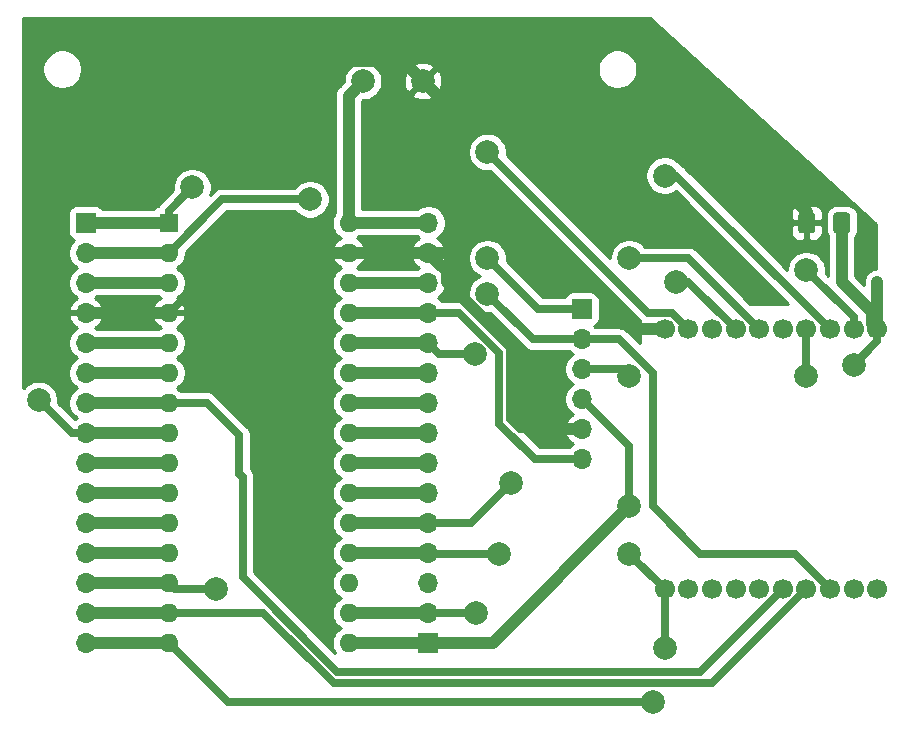
<source format=gbr>
G04 #@! TF.GenerationSoftware,KiCad,Pcbnew,5.1.5-52549c5~84~ubuntu19.04.1*
G04 #@! TF.CreationDate,2019-12-02T22:34:05+01:00*
G04 #@! TF.ProjectId,XbeeTestBench,58626565-5465-4737-9442-656e63682e6b,rev?*
G04 #@! TF.SameCoordinates,Original*
G04 #@! TF.FileFunction,Copper,L2,Bot*
G04 #@! TF.FilePolarity,Positive*
%FSLAX46Y46*%
G04 Gerber Fmt 4.6, Leading zero omitted, Abs format (unit mm)*
G04 Created by KiCad (PCBNEW 5.1.5-52549c5~84~ubuntu19.04.1) date 2019-12-02 22:34:05*
%MOMM*%
%LPD*%
G04 APERTURE LIST*
%ADD10C,2.000000*%
%ADD11C,1.700000*%
%ADD12O,1.700000X1.700000*%
%ADD13R,1.700000X1.700000*%
%ADD14C,0.100000*%
%ADD15O,1.600000X1.600000*%
%ADD16R,1.600000X1.600000*%
%ADD17C,1.000000*%
%ADD18C,0.700000*%
%ADD19C,0.254000*%
G04 APERTURE END LIST*
D10*
X126540000Y-48000000D03*
X121460000Y-48000000D03*
D11*
X165000000Y-91000000D03*
X163000000Y-91000000D03*
X161000000Y-91000000D03*
X159000000Y-91000000D03*
X157000000Y-91000000D03*
X155000000Y-91000000D03*
X153000000Y-91000000D03*
X151000000Y-91000000D03*
X149000000Y-91000000D03*
X147000000Y-91000000D03*
X147000000Y-69000000D03*
X149000000Y-69000000D03*
X151000000Y-69000000D03*
X153000000Y-69000000D03*
X155000000Y-69000000D03*
X157000000Y-69000000D03*
X159000000Y-69000000D03*
X161000000Y-69000000D03*
X163000000Y-69000000D03*
X165000000Y-69000000D03*
D12*
X127000000Y-60000000D03*
X127000000Y-62540000D03*
X127000000Y-65080000D03*
X127000000Y-67620000D03*
X127000000Y-70160000D03*
X127000000Y-72700000D03*
X127000000Y-75240000D03*
X127000000Y-77780000D03*
X127000000Y-80320000D03*
X127000000Y-82860000D03*
X127000000Y-85400000D03*
X127000000Y-87940000D03*
X127000000Y-90480000D03*
X127000000Y-93020000D03*
D13*
X127000000Y-95560000D03*
D12*
X98000000Y-95560000D03*
X98000000Y-93020000D03*
X98000000Y-90480000D03*
X98000000Y-87940000D03*
X98000000Y-85400000D03*
X98000000Y-82860000D03*
X98000000Y-80320000D03*
X98000000Y-77780000D03*
X98000000Y-75240000D03*
X98000000Y-72700000D03*
X98000000Y-70160000D03*
X98000000Y-67620000D03*
X98000000Y-65080000D03*
X98000000Y-62540000D03*
D13*
X98000000Y-60000000D03*
D12*
X140000000Y-80000000D03*
X140000000Y-77460000D03*
X140000000Y-74920000D03*
X140000000Y-72380000D03*
X140000000Y-69840000D03*
D13*
X140000000Y-67300000D03*
G04 #@! TA.AperFunction,SMDPad,CuDef*
D14*
G36*
X162487004Y-59126204D02*
G01*
X162511273Y-59129804D01*
X162535071Y-59135765D01*
X162558171Y-59144030D01*
X162580349Y-59154520D01*
X162601393Y-59167133D01*
X162621098Y-59181747D01*
X162639277Y-59198223D01*
X162655753Y-59216402D01*
X162670367Y-59236107D01*
X162682980Y-59257151D01*
X162693470Y-59279329D01*
X162701735Y-59302429D01*
X162707696Y-59326227D01*
X162711296Y-59350496D01*
X162712500Y-59375000D01*
X162712500Y-60625000D01*
X162711296Y-60649504D01*
X162707696Y-60673773D01*
X162701735Y-60697571D01*
X162693470Y-60720671D01*
X162682980Y-60742849D01*
X162670367Y-60763893D01*
X162655753Y-60783598D01*
X162639277Y-60801777D01*
X162621098Y-60818253D01*
X162601393Y-60832867D01*
X162580349Y-60845480D01*
X162558171Y-60855970D01*
X162535071Y-60864235D01*
X162511273Y-60870196D01*
X162487004Y-60873796D01*
X162462500Y-60875000D01*
X161537500Y-60875000D01*
X161512996Y-60873796D01*
X161488727Y-60870196D01*
X161464929Y-60864235D01*
X161441829Y-60855970D01*
X161419651Y-60845480D01*
X161398607Y-60832867D01*
X161378902Y-60818253D01*
X161360723Y-60801777D01*
X161344247Y-60783598D01*
X161329633Y-60763893D01*
X161317020Y-60742849D01*
X161306530Y-60720671D01*
X161298265Y-60697571D01*
X161292304Y-60673773D01*
X161288704Y-60649504D01*
X161287500Y-60625000D01*
X161287500Y-59375000D01*
X161288704Y-59350496D01*
X161292304Y-59326227D01*
X161298265Y-59302429D01*
X161306530Y-59279329D01*
X161317020Y-59257151D01*
X161329633Y-59236107D01*
X161344247Y-59216402D01*
X161360723Y-59198223D01*
X161378902Y-59181747D01*
X161398607Y-59167133D01*
X161419651Y-59154520D01*
X161441829Y-59144030D01*
X161464929Y-59135765D01*
X161488727Y-59129804D01*
X161512996Y-59126204D01*
X161537500Y-59125000D01*
X162462500Y-59125000D01*
X162487004Y-59126204D01*
G37*
G04 #@! TD.AperFunction*
G04 #@! TA.AperFunction,SMDPad,CuDef*
G36*
X159512004Y-59126204D02*
G01*
X159536273Y-59129804D01*
X159560071Y-59135765D01*
X159583171Y-59144030D01*
X159605349Y-59154520D01*
X159626393Y-59167133D01*
X159646098Y-59181747D01*
X159664277Y-59198223D01*
X159680753Y-59216402D01*
X159695367Y-59236107D01*
X159707980Y-59257151D01*
X159718470Y-59279329D01*
X159726735Y-59302429D01*
X159732696Y-59326227D01*
X159736296Y-59350496D01*
X159737500Y-59375000D01*
X159737500Y-60625000D01*
X159736296Y-60649504D01*
X159732696Y-60673773D01*
X159726735Y-60697571D01*
X159718470Y-60720671D01*
X159707980Y-60742849D01*
X159695367Y-60763893D01*
X159680753Y-60783598D01*
X159664277Y-60801777D01*
X159646098Y-60818253D01*
X159626393Y-60832867D01*
X159605349Y-60845480D01*
X159583171Y-60855970D01*
X159560071Y-60864235D01*
X159536273Y-60870196D01*
X159512004Y-60873796D01*
X159487500Y-60875000D01*
X158562500Y-60875000D01*
X158537996Y-60873796D01*
X158513727Y-60870196D01*
X158489929Y-60864235D01*
X158466829Y-60855970D01*
X158444651Y-60845480D01*
X158423607Y-60832867D01*
X158403902Y-60818253D01*
X158385723Y-60801777D01*
X158369247Y-60783598D01*
X158354633Y-60763893D01*
X158342020Y-60742849D01*
X158331530Y-60720671D01*
X158323265Y-60697571D01*
X158317304Y-60673773D01*
X158313704Y-60649504D01*
X158312500Y-60625000D01*
X158312500Y-59375000D01*
X158313704Y-59350496D01*
X158317304Y-59326227D01*
X158323265Y-59302429D01*
X158331530Y-59279329D01*
X158342020Y-59257151D01*
X158354633Y-59236107D01*
X158369247Y-59216402D01*
X158385723Y-59198223D01*
X158403902Y-59181747D01*
X158423607Y-59167133D01*
X158444651Y-59154520D01*
X158466829Y-59144030D01*
X158489929Y-59135765D01*
X158513727Y-59129804D01*
X158537996Y-59126204D01*
X158562500Y-59125000D01*
X159487500Y-59125000D01*
X159512004Y-59126204D01*
G37*
G04 #@! TD.AperFunction*
D15*
X120240000Y-95560000D03*
X105000000Y-95560000D03*
X120240000Y-60000000D03*
X105000000Y-93020000D03*
X120240000Y-62540000D03*
X105000000Y-90480000D03*
X120240000Y-65080000D03*
X105000000Y-87940000D03*
X120240000Y-67620000D03*
X105000000Y-85400000D03*
X120240000Y-70160000D03*
X105000000Y-82860000D03*
X120240000Y-72700000D03*
X105000000Y-80320000D03*
X120240000Y-75240000D03*
X105000000Y-77780000D03*
X120240000Y-77780000D03*
X105000000Y-75240000D03*
X120240000Y-80320000D03*
X105000000Y-72700000D03*
X120240000Y-82860000D03*
X105000000Y-70160000D03*
X120240000Y-85400000D03*
X105000000Y-67620000D03*
X120240000Y-87940000D03*
X105000000Y-65080000D03*
X120240000Y-90480000D03*
X105000000Y-62540000D03*
X120240000Y-93020000D03*
D16*
X105000000Y-60000000D03*
D10*
X144000000Y-84000000D03*
X159000000Y-73000000D03*
X146000000Y-100550000D03*
X147000000Y-96000000D03*
X144000000Y-88000000D03*
X144000000Y-73000000D03*
X136550000Y-76000000D03*
X136550000Y-73000000D03*
X111000000Y-66000000D03*
X111000000Y-69000000D03*
X114000000Y-69000000D03*
X114000000Y-66000000D03*
X114000000Y-86000000D03*
X114000000Y-89000000D03*
X117000000Y-89000000D03*
X117000000Y-86000000D03*
X99000000Y-50000000D03*
X102000000Y-50000000D03*
X132000000Y-63000000D03*
X109000000Y-91000000D03*
X132000000Y-66000000D03*
X130903984Y-71096016D03*
X132000000Y-54000000D03*
X94000000Y-75000000D03*
X134000000Y-82000000D03*
X148000000Y-65000000D03*
X144000000Y-63000000D03*
X133000000Y-88000000D03*
X117000000Y-58000000D03*
X159000000Y-64000000D03*
X163000000Y-72000000D03*
X131000000Y-93000000D03*
X147000000Y-56000000D03*
X107000000Y-57000000D03*
D17*
X120240000Y-95560000D02*
X127000000Y-95560000D01*
D18*
X159000000Y-73000000D02*
X159000000Y-69000000D01*
X144000000Y-78920000D02*
X144000000Y-84000000D01*
X140000000Y-74920000D02*
X144000000Y-78920000D01*
D17*
X127000000Y-95560000D02*
X131440000Y-95560000D01*
X132440000Y-95560000D02*
X131440000Y-95560000D01*
X144000000Y-84000000D02*
X132440000Y-95560000D01*
X105000000Y-95560000D02*
X98000000Y-95560000D01*
D18*
X105000000Y-95560000D02*
X109990000Y-100550000D01*
X109990000Y-100550000D02*
X146000000Y-100550000D01*
X147000000Y-96000000D02*
X147000000Y-91000000D01*
X147000000Y-91000000D02*
X144000000Y-88000000D01*
X143380000Y-72380000D02*
X144000000Y-73000000D01*
X140000000Y-72380000D02*
X143380000Y-72380000D01*
D17*
X120240000Y-49220000D02*
X121460000Y-48000000D01*
X120240000Y-60000000D02*
X120240000Y-49220000D01*
X120240000Y-60000000D02*
X127000000Y-60000000D01*
D18*
X159000000Y-91000000D02*
X151000000Y-99000000D01*
X151000000Y-99000000D02*
X119000000Y-99000000D01*
X113020000Y-93020000D02*
X105000000Y-93020000D01*
X119000000Y-99000000D02*
X113020000Y-93020000D01*
D17*
X98000000Y-93020000D02*
X105000000Y-93020000D01*
X120240000Y-62540000D02*
X127000000Y-62540000D01*
X98000000Y-67620000D02*
X105000000Y-67620000D01*
D18*
X110080000Y-62540000D02*
X120240000Y-62540000D01*
X105000000Y-67620000D02*
X110080000Y-62540000D01*
X132000000Y-61000000D02*
X130000000Y-61000000D01*
X133000000Y-61000000D02*
X132000000Y-61000000D01*
X134732806Y-77460000D02*
X140000000Y-77460000D01*
X133900010Y-76627204D02*
X134732806Y-77460000D01*
D17*
X130000000Y-61000000D02*
X133000000Y-61000000D01*
X128460000Y-62540000D02*
X130000000Y-61000000D01*
X127000000Y-62540000D02*
X128460000Y-62540000D01*
X130000000Y-51460000D02*
X126540000Y-48000000D01*
X139660002Y-64000000D02*
X136000000Y-64000000D01*
X144660002Y-69000000D02*
X139660002Y-64000000D01*
X147000000Y-69000000D02*
X144660002Y-69000000D01*
X133000000Y-61000000D02*
X136000000Y-64000000D01*
D18*
X133900010Y-70900010D02*
X133900010Y-76627204D01*
X133900010Y-70900010D02*
X133900009Y-70627203D01*
X130000000Y-66727194D02*
X130000000Y-61000000D01*
X133900009Y-70627203D02*
X130000000Y-66727194D01*
D17*
X151900000Y-52000000D02*
X130000000Y-52000000D01*
X159025000Y-60000000D02*
X159025000Y-59125000D01*
X130000000Y-61000000D02*
X130000000Y-52000000D01*
X159025000Y-59125000D02*
X151900000Y-52000000D01*
X130000000Y-52000000D02*
X130000000Y-51460000D01*
X140000000Y-77460000D02*
X138010000Y-77460000D01*
X138010000Y-77460000D02*
X136550000Y-76000000D01*
X127849999Y-63389999D02*
X127000000Y-62540000D01*
X128550001Y-64090001D02*
X127849999Y-63389999D01*
X128550001Y-65000001D02*
X128550001Y-64090001D01*
X136550000Y-73000000D02*
X128550001Y-65000001D01*
X120240000Y-62540000D02*
X114460000Y-62540000D01*
X114460000Y-62540000D02*
X111000000Y-66000000D01*
X111000000Y-69000000D02*
X114000000Y-69000000D01*
X114000000Y-66000000D02*
X111000000Y-66000000D01*
X114000000Y-69000000D02*
X114000000Y-86000000D01*
X114000000Y-89000000D02*
X117000000Y-89000000D01*
X102700001Y-46299999D02*
X99000000Y-50000000D01*
X126540000Y-48000000D02*
X124839999Y-46299999D01*
X124839999Y-46299999D02*
X102700001Y-46299999D01*
X105000000Y-90480000D02*
X98000000Y-90480000D01*
D18*
X140000000Y-67300000D02*
X136300000Y-67300000D01*
X136300000Y-67300000D02*
X132000000Y-63000000D01*
X105520000Y-91000000D02*
X105000000Y-90480000D01*
X109000000Y-91000000D02*
X105520000Y-91000000D01*
D17*
X120240000Y-65080000D02*
X127000000Y-65080000D01*
X98000000Y-87940000D02*
X105000000Y-87940000D01*
D18*
X133000000Y-71000000D02*
X129620000Y-67620000D01*
X129620000Y-67620000D02*
X127000000Y-67620000D01*
X133000000Y-77000000D02*
X133000000Y-71000000D01*
X140000000Y-80000000D02*
X136000000Y-80000000D01*
X136000000Y-80000000D02*
X133000000Y-77000000D01*
D17*
X120240000Y-67620000D02*
X127000000Y-67620000D01*
X105000000Y-85400000D02*
X98000000Y-85400000D01*
X127000000Y-70160000D02*
X120240000Y-70160000D01*
D18*
X143134002Y-69840000D02*
X146000000Y-72705998D01*
X140000000Y-69840000D02*
X143134002Y-69840000D01*
X146000000Y-72705998D02*
X146000000Y-84000000D01*
X146000000Y-84000000D02*
X150000000Y-88000000D01*
X158000000Y-88000000D02*
X161000000Y-91000000D01*
X150000000Y-88000000D02*
X158000000Y-88000000D01*
X140000000Y-69840000D02*
X135840000Y-69840000D01*
X135840000Y-69840000D02*
X132000000Y-66000000D01*
X127936016Y-71096016D02*
X127000000Y-70160000D01*
X130903984Y-71096016D02*
X127936016Y-71096016D01*
D17*
X98000000Y-82860000D02*
X105000000Y-82860000D01*
X120240000Y-72700000D02*
X127000000Y-72700000D01*
X105000000Y-80320000D02*
X98000000Y-80320000D01*
X127000000Y-75240000D02*
X120240000Y-75240000D01*
X98000000Y-77780000D02*
X105000000Y-77780000D01*
D18*
X145599999Y-67599999D02*
X132000000Y-54000000D01*
X149000000Y-69000000D02*
X147599999Y-67599999D01*
X147599999Y-67599999D02*
X145599999Y-67599999D01*
X98000000Y-77780000D02*
X96780000Y-77780000D01*
X96780000Y-77780000D02*
X94000000Y-75000000D01*
D17*
X120240000Y-77780000D02*
X127000000Y-77780000D01*
D18*
X157000000Y-91000000D02*
X150000000Y-98000000D01*
X119272806Y-98000000D02*
X111272806Y-90000000D01*
X150000000Y-98000000D02*
X119272806Y-98000000D01*
X111272806Y-81512806D02*
X111000000Y-81240000D01*
X111272806Y-90000000D02*
X111272806Y-81512806D01*
X111000000Y-81240000D02*
X111000000Y-78000000D01*
X108240000Y-75240000D02*
X105000000Y-75240000D01*
X111000000Y-78000000D02*
X108240000Y-75240000D01*
D17*
X105000000Y-75240000D02*
X98000000Y-75240000D01*
X127000000Y-80320000D02*
X120240000Y-80320000D01*
X98000000Y-72700000D02*
X105000000Y-72700000D01*
X120240000Y-82860000D02*
X127000000Y-82860000D01*
X105000000Y-70160000D02*
X97840000Y-70160000D01*
X127000000Y-85400000D02*
X120240000Y-85400000D01*
D18*
X127000000Y-85400000D02*
X130600000Y-85400000D01*
X130600000Y-85400000D02*
X134000000Y-82000000D01*
X153000000Y-69000000D02*
X149000000Y-65000000D01*
X149000000Y-65000000D02*
X148000000Y-65000000D01*
D17*
X120240000Y-87940000D02*
X127000000Y-87940000D01*
D18*
X155000000Y-69000000D02*
X149000000Y-63000000D01*
X149000000Y-63000000D02*
X147000000Y-63000000D01*
X127060000Y-88000000D02*
X127000000Y-87940000D01*
X133000000Y-88000000D02*
X127060000Y-88000000D01*
X147000000Y-63000000D02*
X144000000Y-63000000D01*
D17*
X105000000Y-65080000D02*
X98000000Y-65080000D01*
X98000000Y-62540000D02*
X105000000Y-62540000D01*
D18*
X105000000Y-62540000D02*
X109540000Y-58000000D01*
X109540000Y-58000000D02*
X117000000Y-58000000D01*
X163000000Y-68000000D02*
X159000000Y-64000000D01*
X163000000Y-69000000D02*
X163000000Y-68000000D01*
D17*
X120240000Y-93020000D02*
X127000000Y-93020000D01*
X165000000Y-69000000D02*
X165000000Y-65000000D01*
D18*
X165000000Y-69000000D02*
X165000000Y-70000000D01*
X165000000Y-70000000D02*
X163000000Y-72000000D01*
X127020000Y-93000000D02*
X127000000Y-93020000D01*
X131000000Y-93000000D02*
X127020000Y-93000000D01*
D17*
X164550001Y-68550001D02*
X164550001Y-67550001D01*
X165000000Y-69000000D02*
X164550001Y-68550001D01*
X162000000Y-65000000D02*
X162000000Y-60000000D01*
X164550001Y-67550001D02*
X162000000Y-65000000D01*
X98000000Y-60000000D02*
X105000000Y-60000000D01*
D18*
X161000000Y-69000000D02*
X148000000Y-56000000D01*
X148000000Y-56000000D02*
X147000000Y-56000000D01*
X107000000Y-57000000D02*
X105000000Y-59000000D01*
X105000000Y-59000000D02*
X105000000Y-60000000D01*
D19*
G36*
X164873000Y-60083024D02*
G01*
X164873000Y-63872017D01*
X164777502Y-63881423D01*
X164563554Y-63946324D01*
X164366378Y-64051716D01*
X164193552Y-64193551D01*
X164051717Y-64366377D01*
X163946325Y-64563553D01*
X163881424Y-64777501D01*
X163865001Y-64944248D01*
X163865001Y-65259870D01*
X163135000Y-64529869D01*
X163135000Y-61198692D01*
X163200905Y-61118386D01*
X163282972Y-60964850D01*
X163333508Y-60798254D01*
X163350572Y-60625000D01*
X163350572Y-59375000D01*
X163333508Y-59201746D01*
X163282972Y-59035150D01*
X163200905Y-58881614D01*
X163090462Y-58747038D01*
X162955886Y-58636595D01*
X162802350Y-58554528D01*
X162635754Y-58503992D01*
X162462500Y-58486928D01*
X161537500Y-58486928D01*
X161364246Y-58503992D01*
X161197650Y-58554528D01*
X161044114Y-58636595D01*
X160909538Y-58747038D01*
X160799095Y-58881614D01*
X160717028Y-59035150D01*
X160666492Y-59201746D01*
X160649428Y-59375000D01*
X160649428Y-60625000D01*
X160666492Y-60798254D01*
X160717028Y-60964850D01*
X160799095Y-61118386D01*
X160865001Y-61198693D01*
X160865000Y-64472000D01*
X160621567Y-64228567D01*
X160635000Y-64161033D01*
X160635000Y-63838967D01*
X160572168Y-63523088D01*
X160448918Y-63225537D01*
X160269987Y-62957748D01*
X160042252Y-62730013D01*
X159774463Y-62551082D01*
X159476912Y-62427832D01*
X159161033Y-62365000D01*
X158838967Y-62365000D01*
X158523088Y-62427832D01*
X158225537Y-62551082D01*
X157957748Y-62730013D01*
X157730013Y-62957748D01*
X157551082Y-63225537D01*
X157427832Y-63523088D01*
X157365000Y-63838967D01*
X157365000Y-63972000D01*
X154268000Y-60875000D01*
X157674428Y-60875000D01*
X157686688Y-60999482D01*
X157722998Y-61119180D01*
X157781963Y-61229494D01*
X157861315Y-61326185D01*
X157958006Y-61405537D01*
X158068320Y-61464502D01*
X158188018Y-61500812D01*
X158312500Y-61513072D01*
X158739250Y-61510000D01*
X158898000Y-61351250D01*
X158898000Y-60127000D01*
X159152000Y-60127000D01*
X159152000Y-61351250D01*
X159310750Y-61510000D01*
X159737500Y-61513072D01*
X159861982Y-61500812D01*
X159981680Y-61464502D01*
X160091994Y-61405537D01*
X160188685Y-61326185D01*
X160268037Y-61229494D01*
X160327002Y-61119180D01*
X160363312Y-60999482D01*
X160375572Y-60875000D01*
X160372500Y-60285750D01*
X160213750Y-60127000D01*
X159152000Y-60127000D01*
X158898000Y-60127000D01*
X157836250Y-60127000D01*
X157677500Y-60285750D01*
X157674428Y-60875000D01*
X154268000Y-60875000D01*
X152518000Y-59125000D01*
X157674428Y-59125000D01*
X157677500Y-59714250D01*
X157836250Y-59873000D01*
X158898000Y-59873000D01*
X158898000Y-58648750D01*
X159152000Y-58648750D01*
X159152000Y-59873000D01*
X160213750Y-59873000D01*
X160372500Y-59714250D01*
X160375572Y-59125000D01*
X160363312Y-59000518D01*
X160327002Y-58880820D01*
X160268037Y-58770506D01*
X160188685Y-58673815D01*
X160091994Y-58594463D01*
X159981680Y-58535498D01*
X159861982Y-58499188D01*
X159737500Y-58486928D01*
X159310750Y-58490000D01*
X159152000Y-58648750D01*
X158898000Y-58648750D01*
X158739250Y-58490000D01*
X158312500Y-58486928D01*
X158188018Y-58499188D01*
X158068320Y-58535498D01*
X157958006Y-58594463D01*
X157861315Y-58673815D01*
X157781963Y-58770506D01*
X157722998Y-58880820D01*
X157686688Y-59000518D01*
X157674428Y-59125000D01*
X152518000Y-59125000D01*
X148730716Y-55337716D01*
X148699870Y-55300130D01*
X148549884Y-55177040D01*
X148378767Y-55085576D01*
X148349458Y-55076685D01*
X148269987Y-54957748D01*
X148042252Y-54730013D01*
X147774463Y-54551082D01*
X147476912Y-54427832D01*
X147161033Y-54365000D01*
X146838967Y-54365000D01*
X146523088Y-54427832D01*
X146225537Y-54551082D01*
X145957748Y-54730013D01*
X145730013Y-54957748D01*
X145551082Y-55225537D01*
X145427832Y-55523088D01*
X145365000Y-55838967D01*
X145365000Y-56161033D01*
X145427832Y-56476912D01*
X145551082Y-56774463D01*
X145730013Y-57042252D01*
X145957748Y-57269987D01*
X146225537Y-57448918D01*
X146523088Y-57572168D01*
X146838967Y-57635000D01*
X147161033Y-57635000D01*
X147476912Y-57572168D01*
X147774463Y-57448918D01*
X147943183Y-57336183D01*
X157480000Y-66873000D01*
X154266000Y-66873000D01*
X149730716Y-62337716D01*
X149699870Y-62300130D01*
X149549884Y-62177040D01*
X149378767Y-62085576D01*
X149193094Y-62029253D01*
X149048380Y-62015000D01*
X149000000Y-62010235D01*
X148951620Y-62015000D01*
X145308242Y-62015000D01*
X145269987Y-61957748D01*
X145042252Y-61730013D01*
X144774463Y-61551082D01*
X144476912Y-61427832D01*
X144161033Y-61365000D01*
X143838967Y-61365000D01*
X143523088Y-61427832D01*
X143225537Y-61551082D01*
X142957748Y-61730013D01*
X142730013Y-61957748D01*
X142551082Y-62225537D01*
X142427832Y-62523088D01*
X142365000Y-62838967D01*
X142365000Y-62972000D01*
X133621567Y-54228567D01*
X133635000Y-54161033D01*
X133635000Y-53838967D01*
X133572168Y-53523088D01*
X133448918Y-53225537D01*
X133269987Y-52957748D01*
X133042252Y-52730013D01*
X132774463Y-52551082D01*
X132476912Y-52427832D01*
X132161033Y-52365000D01*
X131838967Y-52365000D01*
X131523088Y-52427832D01*
X131225537Y-52551082D01*
X130957748Y-52730013D01*
X130730013Y-52957748D01*
X130551082Y-53225537D01*
X130427832Y-53523088D01*
X130365000Y-53838967D01*
X130365000Y-54161033D01*
X130427832Y-54476912D01*
X130551082Y-54774463D01*
X130730013Y-55042252D01*
X130957748Y-55269987D01*
X131225537Y-55448918D01*
X131523088Y-55572168D01*
X131838967Y-55635000D01*
X132161033Y-55635000D01*
X132228567Y-55621567D01*
X144869283Y-68262283D01*
X144873000Y-68266812D01*
X144873000Y-70185998D01*
X143864718Y-69177716D01*
X143833872Y-69140130D01*
X143683886Y-69017040D01*
X143512769Y-68925576D01*
X143327096Y-68869253D01*
X143182382Y-68855000D01*
X143134002Y-68850235D01*
X143085622Y-68855000D01*
X141115107Y-68855000D01*
X141021620Y-68761513D01*
X141094180Y-68739502D01*
X141204494Y-68680537D01*
X141301185Y-68601185D01*
X141380537Y-68504494D01*
X141439502Y-68394180D01*
X141475812Y-68274482D01*
X141488072Y-68150000D01*
X141488072Y-66450000D01*
X141475812Y-66325518D01*
X141439502Y-66205820D01*
X141380537Y-66095506D01*
X141301185Y-65998815D01*
X141204494Y-65919463D01*
X141094180Y-65860498D01*
X140974482Y-65824188D01*
X140850000Y-65811928D01*
X139150000Y-65811928D01*
X139025518Y-65824188D01*
X138905820Y-65860498D01*
X138795506Y-65919463D01*
X138698815Y-65998815D01*
X138619463Y-66095506D01*
X138560498Y-66205820D01*
X138527379Y-66315000D01*
X136708000Y-66315000D01*
X133621567Y-63228567D01*
X133635000Y-63161033D01*
X133635000Y-62838967D01*
X133572168Y-62523088D01*
X133448918Y-62225537D01*
X133269987Y-61957748D01*
X133042252Y-61730013D01*
X132774463Y-61551082D01*
X132476912Y-61427832D01*
X132161033Y-61365000D01*
X131838967Y-61365000D01*
X131523088Y-61427832D01*
X131225537Y-61551082D01*
X130957748Y-61730013D01*
X130730013Y-61957748D01*
X130551082Y-62225537D01*
X130427832Y-62523088D01*
X130365000Y-62838967D01*
X130365000Y-63161033D01*
X130427832Y-63476912D01*
X130551082Y-63774463D01*
X130730013Y-64042252D01*
X130957748Y-64269987D01*
X131225537Y-64448918D01*
X131348860Y-64500000D01*
X131225537Y-64551082D01*
X130957748Y-64730013D01*
X130730013Y-64957748D01*
X130551082Y-65225537D01*
X130427832Y-65523088D01*
X130365000Y-65838967D01*
X130365000Y-66161033D01*
X130427832Y-66476912D01*
X130551082Y-66774463D01*
X130730013Y-67042252D01*
X130957748Y-67269987D01*
X131225537Y-67448918D01*
X131523088Y-67572168D01*
X131838967Y-67635000D01*
X132161033Y-67635000D01*
X132228567Y-67621567D01*
X135109284Y-70502284D01*
X135140130Y-70539870D01*
X135290116Y-70662960D01*
X135461233Y-70754424D01*
X135646906Y-70810747D01*
X135839999Y-70829765D01*
X135888379Y-70825000D01*
X138884893Y-70825000D01*
X139053368Y-70993475D01*
X139227760Y-71110000D01*
X139053368Y-71226525D01*
X138846525Y-71433368D01*
X138684010Y-71676589D01*
X138572068Y-71946842D01*
X138515000Y-72233740D01*
X138515000Y-72526260D01*
X138572068Y-72813158D01*
X138684010Y-73083411D01*
X138846525Y-73326632D01*
X139053368Y-73533475D01*
X139227760Y-73650000D01*
X139053368Y-73766525D01*
X138846525Y-73973368D01*
X138684010Y-74216589D01*
X138572068Y-74486842D01*
X138515000Y-74773740D01*
X138515000Y-75066260D01*
X138572068Y-75353158D01*
X138684010Y-75623411D01*
X138846525Y-75866632D01*
X139053368Y-76073475D01*
X139235534Y-76195195D01*
X139118645Y-76264822D01*
X138902412Y-76459731D01*
X138728359Y-76693080D01*
X138603175Y-76955901D01*
X138558524Y-77103110D01*
X138679845Y-77333000D01*
X139873000Y-77333000D01*
X139873000Y-77313000D01*
X140127000Y-77313000D01*
X140127000Y-77333000D01*
X140147000Y-77333000D01*
X140147000Y-77587000D01*
X140127000Y-77587000D01*
X140127000Y-77607000D01*
X139873000Y-77607000D01*
X139873000Y-77587000D01*
X138679845Y-77587000D01*
X138558524Y-77816890D01*
X138603175Y-77964099D01*
X138728359Y-78226920D01*
X138902412Y-78460269D01*
X139118645Y-78655178D01*
X139235534Y-78724805D01*
X139053368Y-78846525D01*
X138884893Y-79015000D01*
X136408001Y-79015000D01*
X133985000Y-76592000D01*
X133985000Y-71048380D01*
X133989765Y-71000000D01*
X133970747Y-70806906D01*
X133914424Y-70621233D01*
X133913286Y-70619104D01*
X133822960Y-70450116D01*
X133699870Y-70300130D01*
X133662290Y-70269289D01*
X130350716Y-66957716D01*
X130319870Y-66920130D01*
X130169884Y-66797040D01*
X129998767Y-66705576D01*
X129813094Y-66649253D01*
X129668380Y-66635000D01*
X129620000Y-66630235D01*
X129571620Y-66635000D01*
X128115107Y-66635000D01*
X127946632Y-66466525D01*
X127772240Y-66350000D01*
X127946632Y-66233475D01*
X128153475Y-66026632D01*
X128315990Y-65783411D01*
X128427932Y-65513158D01*
X128485000Y-65226260D01*
X128485000Y-64933740D01*
X128427932Y-64646842D01*
X128315990Y-64376589D01*
X128153475Y-64133368D01*
X127946632Y-63926525D01*
X127764466Y-63804805D01*
X127881355Y-63735178D01*
X128097588Y-63540269D01*
X128271641Y-63306920D01*
X128396825Y-63044099D01*
X128441476Y-62896890D01*
X128320155Y-62667000D01*
X127127000Y-62667000D01*
X127127000Y-62687000D01*
X126873000Y-62687000D01*
X126873000Y-62667000D01*
X125679845Y-62667000D01*
X125558524Y-62896890D01*
X125603175Y-63044099D01*
X125728359Y-63306920D01*
X125902412Y-63540269D01*
X126118645Y-63735178D01*
X126235534Y-63804805D01*
X126053368Y-63926525D01*
X126034893Y-63945000D01*
X121124284Y-63945000D01*
X120919727Y-63808320D01*
X120909135Y-63803933D01*
X121095131Y-63692385D01*
X121303519Y-63503414D01*
X121471037Y-63277420D01*
X121591246Y-63023087D01*
X121631904Y-62889039D01*
X121509915Y-62667000D01*
X120367000Y-62667000D01*
X120367000Y-62687000D01*
X120113000Y-62687000D01*
X120113000Y-62667000D01*
X118970085Y-62667000D01*
X118848096Y-62889039D01*
X118888754Y-63023087D01*
X119008963Y-63277420D01*
X119176481Y-63503414D01*
X119384869Y-63692385D01*
X119570865Y-63803933D01*
X119560273Y-63808320D01*
X119325241Y-63965363D01*
X119125363Y-64165241D01*
X118968320Y-64400273D01*
X118860147Y-64661426D01*
X118805000Y-64938665D01*
X118805000Y-65221335D01*
X118860147Y-65498574D01*
X118968320Y-65759727D01*
X119125363Y-65994759D01*
X119325241Y-66194637D01*
X119557759Y-66350000D01*
X119325241Y-66505363D01*
X119125363Y-66705241D01*
X118968320Y-66940273D01*
X118860147Y-67201426D01*
X118805000Y-67478665D01*
X118805000Y-67761335D01*
X118860147Y-68038574D01*
X118968320Y-68299727D01*
X119125363Y-68534759D01*
X119325241Y-68734637D01*
X119557759Y-68890000D01*
X119325241Y-69045363D01*
X119125363Y-69245241D01*
X118968320Y-69480273D01*
X118860147Y-69741426D01*
X118805000Y-70018665D01*
X118805000Y-70301335D01*
X118860147Y-70578574D01*
X118968320Y-70839727D01*
X119125363Y-71074759D01*
X119325241Y-71274637D01*
X119557759Y-71430000D01*
X119325241Y-71585363D01*
X119125363Y-71785241D01*
X118968320Y-72020273D01*
X118860147Y-72281426D01*
X118805000Y-72558665D01*
X118805000Y-72841335D01*
X118860147Y-73118574D01*
X118968320Y-73379727D01*
X119125363Y-73614759D01*
X119325241Y-73814637D01*
X119557759Y-73970000D01*
X119325241Y-74125363D01*
X119125363Y-74325241D01*
X118968320Y-74560273D01*
X118860147Y-74821426D01*
X118805000Y-75098665D01*
X118805000Y-75381335D01*
X118860147Y-75658574D01*
X118968320Y-75919727D01*
X119125363Y-76154759D01*
X119325241Y-76354637D01*
X119557759Y-76510000D01*
X119325241Y-76665363D01*
X119125363Y-76865241D01*
X118968320Y-77100273D01*
X118860147Y-77361426D01*
X118805000Y-77638665D01*
X118805000Y-77921335D01*
X118860147Y-78198574D01*
X118968320Y-78459727D01*
X119125363Y-78694759D01*
X119325241Y-78894637D01*
X119557759Y-79050000D01*
X119325241Y-79205363D01*
X119125363Y-79405241D01*
X118968320Y-79640273D01*
X118860147Y-79901426D01*
X118805000Y-80178665D01*
X118805000Y-80461335D01*
X118860147Y-80738574D01*
X118968320Y-80999727D01*
X119125363Y-81234759D01*
X119325241Y-81434637D01*
X119557759Y-81590000D01*
X119325241Y-81745363D01*
X119125363Y-81945241D01*
X118968320Y-82180273D01*
X118860147Y-82441426D01*
X118805000Y-82718665D01*
X118805000Y-83001335D01*
X118860147Y-83278574D01*
X118968320Y-83539727D01*
X119125363Y-83774759D01*
X119325241Y-83974637D01*
X119557759Y-84130000D01*
X119325241Y-84285363D01*
X119125363Y-84485241D01*
X118968320Y-84720273D01*
X118860147Y-84981426D01*
X118805000Y-85258665D01*
X118805000Y-85541335D01*
X118860147Y-85818574D01*
X118968320Y-86079727D01*
X119125363Y-86314759D01*
X119325241Y-86514637D01*
X119557759Y-86670000D01*
X119325241Y-86825363D01*
X119125363Y-87025241D01*
X118968320Y-87260273D01*
X118860147Y-87521426D01*
X118805000Y-87798665D01*
X118805000Y-88081335D01*
X118860147Y-88358574D01*
X118968320Y-88619727D01*
X119125363Y-88854759D01*
X119325241Y-89054637D01*
X119557759Y-89210000D01*
X119325241Y-89365363D01*
X119125363Y-89565241D01*
X118968320Y-89800273D01*
X118860147Y-90061426D01*
X118805000Y-90338665D01*
X118805000Y-90621335D01*
X118860147Y-90898574D01*
X118968320Y-91159727D01*
X119125363Y-91394759D01*
X119325241Y-91594637D01*
X119557759Y-91750000D01*
X119325241Y-91905363D01*
X119125363Y-92105241D01*
X118968320Y-92340273D01*
X118860147Y-92601426D01*
X118805000Y-92878665D01*
X118805000Y-93161335D01*
X118860147Y-93438574D01*
X118968320Y-93699727D01*
X119125363Y-93934759D01*
X119325241Y-94134637D01*
X119557759Y-94290000D01*
X119325241Y-94445363D01*
X119125363Y-94645241D01*
X118968320Y-94880273D01*
X118860147Y-95141426D01*
X118805000Y-95418665D01*
X118805000Y-95701335D01*
X118860147Y-95978574D01*
X118968320Y-96239727D01*
X119094751Y-96428945D01*
X112257806Y-89592000D01*
X112257806Y-81561186D01*
X112262571Y-81512806D01*
X112243553Y-81319712D01*
X112228258Y-81269291D01*
X112187230Y-81134039D01*
X112095766Y-80962922D01*
X111985000Y-80827953D01*
X111985000Y-78048377D01*
X111989765Y-77999999D01*
X111982017Y-77921335D01*
X111970747Y-77806906D01*
X111914424Y-77621233D01*
X111822960Y-77450116D01*
X111699870Y-77300130D01*
X111662284Y-77269284D01*
X108970716Y-74577716D01*
X108939870Y-74540130D01*
X108789884Y-74417040D01*
X108618767Y-74325576D01*
X108433094Y-74269253D01*
X108288380Y-74255000D01*
X108240000Y-74250235D01*
X108191620Y-74255000D01*
X106044396Y-74255000D01*
X105914759Y-74125363D01*
X105682241Y-73970000D01*
X105914759Y-73814637D01*
X106114637Y-73614759D01*
X106271680Y-73379727D01*
X106379853Y-73118574D01*
X106435000Y-72841335D01*
X106435000Y-72558665D01*
X106379853Y-72281426D01*
X106271680Y-72020273D01*
X106114637Y-71785241D01*
X105914759Y-71585363D01*
X105682241Y-71430000D01*
X105914759Y-71274637D01*
X106114637Y-71074759D01*
X106271680Y-70839727D01*
X106379853Y-70578574D01*
X106435000Y-70301335D01*
X106435000Y-70018665D01*
X106379853Y-69741426D01*
X106271680Y-69480273D01*
X106114637Y-69245241D01*
X105914759Y-69045363D01*
X105679727Y-68888320D01*
X105669135Y-68883933D01*
X105855131Y-68772385D01*
X106063519Y-68583414D01*
X106231037Y-68357420D01*
X106351246Y-68103087D01*
X106391904Y-67969039D01*
X106269915Y-67747000D01*
X105127000Y-67747000D01*
X105127000Y-67767000D01*
X104873000Y-67767000D01*
X104873000Y-67747000D01*
X103730085Y-67747000D01*
X103608096Y-67969039D01*
X103648754Y-68103087D01*
X103768963Y-68357420D01*
X103936481Y-68583414D01*
X104144869Y-68772385D01*
X104330865Y-68883933D01*
X104320273Y-68888320D01*
X104115716Y-69025000D01*
X98965107Y-69025000D01*
X98946632Y-69006525D01*
X98764466Y-68884805D01*
X98881355Y-68815178D01*
X99097588Y-68620269D01*
X99271641Y-68386920D01*
X99396825Y-68124099D01*
X99441476Y-67976890D01*
X99320155Y-67747000D01*
X98127000Y-67747000D01*
X98127000Y-67767000D01*
X97873000Y-67767000D01*
X97873000Y-67747000D01*
X96679845Y-67747000D01*
X96558524Y-67976890D01*
X96603175Y-68124099D01*
X96728359Y-68386920D01*
X96902412Y-68620269D01*
X97118645Y-68815178D01*
X97235534Y-68884805D01*
X97053368Y-69006525D01*
X96846525Y-69213368D01*
X96684010Y-69456589D01*
X96572068Y-69726842D01*
X96515000Y-70013740D01*
X96515000Y-70306260D01*
X96572068Y-70593158D01*
X96684010Y-70863411D01*
X96846525Y-71106632D01*
X97053368Y-71313475D01*
X97227760Y-71430000D01*
X97053368Y-71546525D01*
X96846525Y-71753368D01*
X96684010Y-71996589D01*
X96572068Y-72266842D01*
X96515000Y-72553740D01*
X96515000Y-72846260D01*
X96572068Y-73133158D01*
X96684010Y-73403411D01*
X96846525Y-73646632D01*
X97053368Y-73853475D01*
X97227760Y-73970000D01*
X97053368Y-74086525D01*
X96846525Y-74293368D01*
X96684010Y-74536589D01*
X96572068Y-74806842D01*
X96515000Y-75093740D01*
X96515000Y-75386260D01*
X96572068Y-75673158D01*
X96684010Y-75943411D01*
X96846525Y-76186632D01*
X97053368Y-76393475D01*
X97227760Y-76510000D01*
X97053368Y-76626525D01*
X97036447Y-76643446D01*
X95621567Y-75228566D01*
X95635000Y-75161033D01*
X95635000Y-74838967D01*
X95572168Y-74523088D01*
X95448918Y-74225537D01*
X95269987Y-73957748D01*
X95042252Y-73730013D01*
X94774463Y-73551082D01*
X94476912Y-73427832D01*
X94161033Y-73365000D01*
X93838967Y-73365000D01*
X93523088Y-73427832D01*
X93225537Y-73551082D01*
X92957748Y-73730013D01*
X92730013Y-73957748D01*
X92685000Y-74025115D01*
X92685000Y-59150000D01*
X96511928Y-59150000D01*
X96511928Y-60850000D01*
X96524188Y-60974482D01*
X96560498Y-61094180D01*
X96619463Y-61204494D01*
X96698815Y-61301185D01*
X96795506Y-61380537D01*
X96905820Y-61439502D01*
X96978380Y-61461513D01*
X96846525Y-61593368D01*
X96684010Y-61836589D01*
X96572068Y-62106842D01*
X96515000Y-62393740D01*
X96515000Y-62686260D01*
X96572068Y-62973158D01*
X96684010Y-63243411D01*
X96846525Y-63486632D01*
X97053368Y-63693475D01*
X97227760Y-63810000D01*
X97053368Y-63926525D01*
X96846525Y-64133368D01*
X96684010Y-64376589D01*
X96572068Y-64646842D01*
X96515000Y-64933740D01*
X96515000Y-65226260D01*
X96572068Y-65513158D01*
X96684010Y-65783411D01*
X96846525Y-66026632D01*
X97053368Y-66233475D01*
X97235534Y-66355195D01*
X97118645Y-66424822D01*
X96902412Y-66619731D01*
X96728359Y-66853080D01*
X96603175Y-67115901D01*
X96558524Y-67263110D01*
X96679845Y-67493000D01*
X97873000Y-67493000D01*
X97873000Y-67473000D01*
X98127000Y-67473000D01*
X98127000Y-67493000D01*
X99320155Y-67493000D01*
X99441476Y-67263110D01*
X99396825Y-67115901D01*
X99271641Y-66853080D01*
X99097588Y-66619731D01*
X98881355Y-66424822D01*
X98764466Y-66355195D01*
X98946632Y-66233475D01*
X98965107Y-66215000D01*
X104115716Y-66215000D01*
X104320273Y-66351680D01*
X104330865Y-66356067D01*
X104144869Y-66467615D01*
X103936481Y-66656586D01*
X103768963Y-66882580D01*
X103648754Y-67136913D01*
X103608096Y-67270961D01*
X103730085Y-67493000D01*
X104873000Y-67493000D01*
X104873000Y-67473000D01*
X105127000Y-67473000D01*
X105127000Y-67493000D01*
X106269915Y-67493000D01*
X106391904Y-67270961D01*
X106351246Y-67136913D01*
X106231037Y-66882580D01*
X106063519Y-66656586D01*
X105855131Y-66467615D01*
X105669135Y-66356067D01*
X105679727Y-66351680D01*
X105914759Y-66194637D01*
X106114637Y-65994759D01*
X106271680Y-65759727D01*
X106379853Y-65498574D01*
X106435000Y-65221335D01*
X106435000Y-64938665D01*
X106379853Y-64661426D01*
X106271680Y-64400273D01*
X106114637Y-64165241D01*
X105914759Y-63965363D01*
X105682241Y-63810000D01*
X105914759Y-63654637D01*
X106114637Y-63454759D01*
X106271680Y-63219727D01*
X106379853Y-62958574D01*
X106435000Y-62681335D01*
X106435000Y-62498000D01*
X109074335Y-59858665D01*
X118805000Y-59858665D01*
X118805000Y-60141335D01*
X118860147Y-60418574D01*
X118968320Y-60679727D01*
X119125363Y-60914759D01*
X119325241Y-61114637D01*
X119560273Y-61271680D01*
X119570865Y-61276067D01*
X119384869Y-61387615D01*
X119176481Y-61576586D01*
X119008963Y-61802580D01*
X118888754Y-62056913D01*
X118848096Y-62190961D01*
X118970085Y-62413000D01*
X120113000Y-62413000D01*
X120113000Y-62393000D01*
X120367000Y-62393000D01*
X120367000Y-62413000D01*
X121509915Y-62413000D01*
X121631904Y-62190961D01*
X121591246Y-62056913D01*
X121471037Y-61802580D01*
X121303519Y-61576586D01*
X121095131Y-61387615D01*
X120909135Y-61276067D01*
X120919727Y-61271680D01*
X121124284Y-61135000D01*
X126034893Y-61135000D01*
X126053368Y-61153475D01*
X126235534Y-61275195D01*
X126118645Y-61344822D01*
X125902412Y-61539731D01*
X125728359Y-61773080D01*
X125603175Y-62035901D01*
X125558524Y-62183110D01*
X125679845Y-62413000D01*
X126873000Y-62413000D01*
X126873000Y-62393000D01*
X127127000Y-62393000D01*
X127127000Y-62413000D01*
X128320155Y-62413000D01*
X128441476Y-62183110D01*
X128396825Y-62035901D01*
X128271641Y-61773080D01*
X128097588Y-61539731D01*
X127881355Y-61344822D01*
X127764466Y-61275195D01*
X127946632Y-61153475D01*
X128153475Y-60946632D01*
X128315990Y-60703411D01*
X128427932Y-60433158D01*
X128485000Y-60146260D01*
X128485000Y-59853740D01*
X128427932Y-59566842D01*
X128315990Y-59296589D01*
X128153475Y-59053368D01*
X127946632Y-58846525D01*
X127703411Y-58684010D01*
X127433158Y-58572068D01*
X127146260Y-58515000D01*
X126853740Y-58515000D01*
X126566842Y-58572068D01*
X126296589Y-58684010D01*
X126053368Y-58846525D01*
X126034893Y-58865000D01*
X121375000Y-58865000D01*
X121375000Y-49690132D01*
X121430132Y-49635000D01*
X121621033Y-49635000D01*
X121936912Y-49572168D01*
X122234463Y-49448918D01*
X122502252Y-49269987D01*
X122636826Y-49135413D01*
X125584192Y-49135413D01*
X125679956Y-49399814D01*
X125969571Y-49540704D01*
X126281108Y-49622384D01*
X126602595Y-49641718D01*
X126921675Y-49597961D01*
X127226088Y-49492795D01*
X127400044Y-49399814D01*
X127495808Y-49135413D01*
X126540000Y-48179605D01*
X125584192Y-49135413D01*
X122636826Y-49135413D01*
X122729987Y-49042252D01*
X122908918Y-48774463D01*
X123032168Y-48476912D01*
X123095000Y-48161033D01*
X123095000Y-48062595D01*
X124898282Y-48062595D01*
X124942039Y-48381675D01*
X125047205Y-48686088D01*
X125140186Y-48860044D01*
X125404587Y-48955808D01*
X126360395Y-48000000D01*
X126719605Y-48000000D01*
X127675413Y-48955808D01*
X127939814Y-48860044D01*
X128080704Y-48570429D01*
X128162384Y-48258892D01*
X128181718Y-47937405D01*
X128137961Y-47618325D01*
X128032795Y-47313912D01*
X127939814Y-47139956D01*
X127675413Y-47044192D01*
X126719605Y-48000000D01*
X126360395Y-48000000D01*
X125404587Y-47044192D01*
X125140186Y-47139956D01*
X124999296Y-47429571D01*
X124917616Y-47741108D01*
X124898282Y-48062595D01*
X123095000Y-48062595D01*
X123095000Y-47838967D01*
X123032168Y-47523088D01*
X122908918Y-47225537D01*
X122729987Y-46957748D01*
X122636826Y-46864587D01*
X125584192Y-46864587D01*
X126540000Y-47820395D01*
X127495808Y-46864587D01*
X127484745Y-46834042D01*
X141315000Y-46834042D01*
X141315000Y-47165958D01*
X141379754Y-47491496D01*
X141506772Y-47798147D01*
X141691175Y-48074125D01*
X141925875Y-48308825D01*
X142201853Y-48493228D01*
X142508504Y-48620246D01*
X142834042Y-48685000D01*
X143165958Y-48685000D01*
X143491496Y-48620246D01*
X143798147Y-48493228D01*
X144074125Y-48308825D01*
X144308825Y-48074125D01*
X144493228Y-47798147D01*
X144620246Y-47491496D01*
X144685000Y-47165958D01*
X144685000Y-46834042D01*
X144620246Y-46508504D01*
X144493228Y-46201853D01*
X144308825Y-45925875D01*
X144074125Y-45691175D01*
X143798147Y-45506772D01*
X143491496Y-45379754D01*
X143165958Y-45315000D01*
X142834042Y-45315000D01*
X142508504Y-45379754D01*
X142201853Y-45506772D01*
X141925875Y-45691175D01*
X141691175Y-45925875D01*
X141506772Y-46201853D01*
X141379754Y-46508504D01*
X141315000Y-46834042D01*
X127484745Y-46834042D01*
X127400044Y-46600186D01*
X127110429Y-46459296D01*
X126798892Y-46377616D01*
X126477405Y-46358282D01*
X126158325Y-46402039D01*
X125853912Y-46507205D01*
X125679956Y-46600186D01*
X125584192Y-46864587D01*
X122636826Y-46864587D01*
X122502252Y-46730013D01*
X122234463Y-46551082D01*
X121936912Y-46427832D01*
X121621033Y-46365000D01*
X121298967Y-46365000D01*
X120983088Y-46427832D01*
X120685537Y-46551082D01*
X120417748Y-46730013D01*
X120190013Y-46957748D01*
X120011082Y-47225537D01*
X119887832Y-47523088D01*
X119825000Y-47838967D01*
X119825000Y-48029868D01*
X119476860Y-48378009D01*
X119433552Y-48413551D01*
X119291717Y-48586377D01*
X119273614Y-48620246D01*
X119186324Y-48783554D01*
X119121423Y-48997502D01*
X119099509Y-49220000D01*
X119105001Y-49275761D01*
X119105000Y-59115716D01*
X118968320Y-59320273D01*
X118860147Y-59581426D01*
X118805000Y-59858665D01*
X109074335Y-59858665D01*
X109948001Y-58985000D01*
X115691758Y-58985000D01*
X115730013Y-59042252D01*
X115957748Y-59269987D01*
X116225537Y-59448918D01*
X116523088Y-59572168D01*
X116838967Y-59635000D01*
X117161033Y-59635000D01*
X117476912Y-59572168D01*
X117774463Y-59448918D01*
X118042252Y-59269987D01*
X118269987Y-59042252D01*
X118448918Y-58774463D01*
X118572168Y-58476912D01*
X118635000Y-58161033D01*
X118635000Y-57838967D01*
X118572168Y-57523088D01*
X118448918Y-57225537D01*
X118269987Y-56957748D01*
X118042252Y-56730013D01*
X117774463Y-56551082D01*
X117476912Y-56427832D01*
X117161033Y-56365000D01*
X116838967Y-56365000D01*
X116523088Y-56427832D01*
X116225537Y-56551082D01*
X115957748Y-56730013D01*
X115730013Y-56957748D01*
X115691758Y-57015000D01*
X109588380Y-57015000D01*
X109540000Y-57010235D01*
X109491620Y-57015000D01*
X109346906Y-57029253D01*
X109161233Y-57085576D01*
X108990116Y-57177040D01*
X108840130Y-57300130D01*
X108809289Y-57337710D01*
X108502928Y-57644071D01*
X108572168Y-57476912D01*
X108635000Y-57161033D01*
X108635000Y-56838967D01*
X108572168Y-56523088D01*
X108448918Y-56225537D01*
X108269987Y-55957748D01*
X108042252Y-55730013D01*
X107774463Y-55551082D01*
X107476912Y-55427832D01*
X107161033Y-55365000D01*
X106838967Y-55365000D01*
X106523088Y-55427832D01*
X106225537Y-55551082D01*
X105957748Y-55730013D01*
X105730013Y-55957748D01*
X105551082Y-56225537D01*
X105427832Y-56523088D01*
X105365000Y-56838967D01*
X105365000Y-57161033D01*
X105378433Y-57228567D01*
X104337716Y-58269284D01*
X104300130Y-58300130D01*
X104177040Y-58450116D01*
X104112679Y-58570528D01*
X104075518Y-58574188D01*
X103955820Y-58610498D01*
X103845506Y-58669463D01*
X103748815Y-58748815D01*
X103669463Y-58845506D01*
X103659043Y-58865000D01*
X99417683Y-58865000D01*
X99380537Y-58795506D01*
X99301185Y-58698815D01*
X99204494Y-58619463D01*
X99094180Y-58560498D01*
X98974482Y-58524188D01*
X98850000Y-58511928D01*
X97150000Y-58511928D01*
X97025518Y-58524188D01*
X96905820Y-58560498D01*
X96795506Y-58619463D01*
X96698815Y-58698815D01*
X96619463Y-58795506D01*
X96560498Y-58905820D01*
X96524188Y-59025518D01*
X96511928Y-59150000D01*
X92685000Y-59150000D01*
X92685000Y-46834042D01*
X94315000Y-46834042D01*
X94315000Y-47165958D01*
X94379754Y-47491496D01*
X94506772Y-47798147D01*
X94691175Y-48074125D01*
X94925875Y-48308825D01*
X95201853Y-48493228D01*
X95508504Y-48620246D01*
X95834042Y-48685000D01*
X96165958Y-48685000D01*
X96491496Y-48620246D01*
X96798147Y-48493228D01*
X97074125Y-48308825D01*
X97308825Y-48074125D01*
X97493228Y-47798147D01*
X97620246Y-47491496D01*
X97685000Y-47165958D01*
X97685000Y-46834042D01*
X97620246Y-46508504D01*
X97493228Y-46201853D01*
X97308825Y-45925875D01*
X97074125Y-45691175D01*
X96798147Y-45506772D01*
X96491496Y-45379754D01*
X96165958Y-45315000D01*
X95834042Y-45315000D01*
X95508504Y-45379754D01*
X95201853Y-45506772D01*
X94925875Y-45691175D01*
X94691175Y-45925875D01*
X94506772Y-46201853D01*
X94379754Y-46508504D01*
X94315000Y-46834042D01*
X92685000Y-46834042D01*
X92685000Y-42685000D01*
X145735175Y-42685000D01*
X164873000Y-60083024D01*
G37*
X164873000Y-60083024D02*
X164873000Y-63872017D01*
X164777502Y-63881423D01*
X164563554Y-63946324D01*
X164366378Y-64051716D01*
X164193552Y-64193551D01*
X164051717Y-64366377D01*
X163946325Y-64563553D01*
X163881424Y-64777501D01*
X163865001Y-64944248D01*
X163865001Y-65259870D01*
X163135000Y-64529869D01*
X163135000Y-61198692D01*
X163200905Y-61118386D01*
X163282972Y-60964850D01*
X163333508Y-60798254D01*
X163350572Y-60625000D01*
X163350572Y-59375000D01*
X163333508Y-59201746D01*
X163282972Y-59035150D01*
X163200905Y-58881614D01*
X163090462Y-58747038D01*
X162955886Y-58636595D01*
X162802350Y-58554528D01*
X162635754Y-58503992D01*
X162462500Y-58486928D01*
X161537500Y-58486928D01*
X161364246Y-58503992D01*
X161197650Y-58554528D01*
X161044114Y-58636595D01*
X160909538Y-58747038D01*
X160799095Y-58881614D01*
X160717028Y-59035150D01*
X160666492Y-59201746D01*
X160649428Y-59375000D01*
X160649428Y-60625000D01*
X160666492Y-60798254D01*
X160717028Y-60964850D01*
X160799095Y-61118386D01*
X160865001Y-61198693D01*
X160865000Y-64472000D01*
X160621567Y-64228567D01*
X160635000Y-64161033D01*
X160635000Y-63838967D01*
X160572168Y-63523088D01*
X160448918Y-63225537D01*
X160269987Y-62957748D01*
X160042252Y-62730013D01*
X159774463Y-62551082D01*
X159476912Y-62427832D01*
X159161033Y-62365000D01*
X158838967Y-62365000D01*
X158523088Y-62427832D01*
X158225537Y-62551082D01*
X157957748Y-62730013D01*
X157730013Y-62957748D01*
X157551082Y-63225537D01*
X157427832Y-63523088D01*
X157365000Y-63838967D01*
X157365000Y-63972000D01*
X154268000Y-60875000D01*
X157674428Y-60875000D01*
X157686688Y-60999482D01*
X157722998Y-61119180D01*
X157781963Y-61229494D01*
X157861315Y-61326185D01*
X157958006Y-61405537D01*
X158068320Y-61464502D01*
X158188018Y-61500812D01*
X158312500Y-61513072D01*
X158739250Y-61510000D01*
X158898000Y-61351250D01*
X158898000Y-60127000D01*
X159152000Y-60127000D01*
X159152000Y-61351250D01*
X159310750Y-61510000D01*
X159737500Y-61513072D01*
X159861982Y-61500812D01*
X159981680Y-61464502D01*
X160091994Y-61405537D01*
X160188685Y-61326185D01*
X160268037Y-61229494D01*
X160327002Y-61119180D01*
X160363312Y-60999482D01*
X160375572Y-60875000D01*
X160372500Y-60285750D01*
X160213750Y-60127000D01*
X159152000Y-60127000D01*
X158898000Y-60127000D01*
X157836250Y-60127000D01*
X157677500Y-60285750D01*
X157674428Y-60875000D01*
X154268000Y-60875000D01*
X152518000Y-59125000D01*
X157674428Y-59125000D01*
X157677500Y-59714250D01*
X157836250Y-59873000D01*
X158898000Y-59873000D01*
X158898000Y-58648750D01*
X159152000Y-58648750D01*
X159152000Y-59873000D01*
X160213750Y-59873000D01*
X160372500Y-59714250D01*
X160375572Y-59125000D01*
X160363312Y-59000518D01*
X160327002Y-58880820D01*
X160268037Y-58770506D01*
X160188685Y-58673815D01*
X160091994Y-58594463D01*
X159981680Y-58535498D01*
X159861982Y-58499188D01*
X159737500Y-58486928D01*
X159310750Y-58490000D01*
X159152000Y-58648750D01*
X158898000Y-58648750D01*
X158739250Y-58490000D01*
X158312500Y-58486928D01*
X158188018Y-58499188D01*
X158068320Y-58535498D01*
X157958006Y-58594463D01*
X157861315Y-58673815D01*
X157781963Y-58770506D01*
X157722998Y-58880820D01*
X157686688Y-59000518D01*
X157674428Y-59125000D01*
X152518000Y-59125000D01*
X148730716Y-55337716D01*
X148699870Y-55300130D01*
X148549884Y-55177040D01*
X148378767Y-55085576D01*
X148349458Y-55076685D01*
X148269987Y-54957748D01*
X148042252Y-54730013D01*
X147774463Y-54551082D01*
X147476912Y-54427832D01*
X147161033Y-54365000D01*
X146838967Y-54365000D01*
X146523088Y-54427832D01*
X146225537Y-54551082D01*
X145957748Y-54730013D01*
X145730013Y-54957748D01*
X145551082Y-55225537D01*
X145427832Y-55523088D01*
X145365000Y-55838967D01*
X145365000Y-56161033D01*
X145427832Y-56476912D01*
X145551082Y-56774463D01*
X145730013Y-57042252D01*
X145957748Y-57269987D01*
X146225537Y-57448918D01*
X146523088Y-57572168D01*
X146838967Y-57635000D01*
X147161033Y-57635000D01*
X147476912Y-57572168D01*
X147774463Y-57448918D01*
X147943183Y-57336183D01*
X157480000Y-66873000D01*
X154266000Y-66873000D01*
X149730716Y-62337716D01*
X149699870Y-62300130D01*
X149549884Y-62177040D01*
X149378767Y-62085576D01*
X149193094Y-62029253D01*
X149048380Y-62015000D01*
X149000000Y-62010235D01*
X148951620Y-62015000D01*
X145308242Y-62015000D01*
X145269987Y-61957748D01*
X145042252Y-61730013D01*
X144774463Y-61551082D01*
X144476912Y-61427832D01*
X144161033Y-61365000D01*
X143838967Y-61365000D01*
X143523088Y-61427832D01*
X143225537Y-61551082D01*
X142957748Y-61730013D01*
X142730013Y-61957748D01*
X142551082Y-62225537D01*
X142427832Y-62523088D01*
X142365000Y-62838967D01*
X142365000Y-62972000D01*
X133621567Y-54228567D01*
X133635000Y-54161033D01*
X133635000Y-53838967D01*
X133572168Y-53523088D01*
X133448918Y-53225537D01*
X133269987Y-52957748D01*
X133042252Y-52730013D01*
X132774463Y-52551082D01*
X132476912Y-52427832D01*
X132161033Y-52365000D01*
X131838967Y-52365000D01*
X131523088Y-52427832D01*
X131225537Y-52551082D01*
X130957748Y-52730013D01*
X130730013Y-52957748D01*
X130551082Y-53225537D01*
X130427832Y-53523088D01*
X130365000Y-53838967D01*
X130365000Y-54161033D01*
X130427832Y-54476912D01*
X130551082Y-54774463D01*
X130730013Y-55042252D01*
X130957748Y-55269987D01*
X131225537Y-55448918D01*
X131523088Y-55572168D01*
X131838967Y-55635000D01*
X132161033Y-55635000D01*
X132228567Y-55621567D01*
X144869283Y-68262283D01*
X144873000Y-68266812D01*
X144873000Y-70185998D01*
X143864718Y-69177716D01*
X143833872Y-69140130D01*
X143683886Y-69017040D01*
X143512769Y-68925576D01*
X143327096Y-68869253D01*
X143182382Y-68855000D01*
X143134002Y-68850235D01*
X143085622Y-68855000D01*
X141115107Y-68855000D01*
X141021620Y-68761513D01*
X141094180Y-68739502D01*
X141204494Y-68680537D01*
X141301185Y-68601185D01*
X141380537Y-68504494D01*
X141439502Y-68394180D01*
X141475812Y-68274482D01*
X141488072Y-68150000D01*
X141488072Y-66450000D01*
X141475812Y-66325518D01*
X141439502Y-66205820D01*
X141380537Y-66095506D01*
X141301185Y-65998815D01*
X141204494Y-65919463D01*
X141094180Y-65860498D01*
X140974482Y-65824188D01*
X140850000Y-65811928D01*
X139150000Y-65811928D01*
X139025518Y-65824188D01*
X138905820Y-65860498D01*
X138795506Y-65919463D01*
X138698815Y-65998815D01*
X138619463Y-66095506D01*
X138560498Y-66205820D01*
X138527379Y-66315000D01*
X136708000Y-66315000D01*
X133621567Y-63228567D01*
X133635000Y-63161033D01*
X133635000Y-62838967D01*
X133572168Y-62523088D01*
X133448918Y-62225537D01*
X133269987Y-61957748D01*
X133042252Y-61730013D01*
X132774463Y-61551082D01*
X132476912Y-61427832D01*
X132161033Y-61365000D01*
X131838967Y-61365000D01*
X131523088Y-61427832D01*
X131225537Y-61551082D01*
X130957748Y-61730013D01*
X130730013Y-61957748D01*
X130551082Y-62225537D01*
X130427832Y-62523088D01*
X130365000Y-62838967D01*
X130365000Y-63161033D01*
X130427832Y-63476912D01*
X130551082Y-63774463D01*
X130730013Y-64042252D01*
X130957748Y-64269987D01*
X131225537Y-64448918D01*
X131348860Y-64500000D01*
X131225537Y-64551082D01*
X130957748Y-64730013D01*
X130730013Y-64957748D01*
X130551082Y-65225537D01*
X130427832Y-65523088D01*
X130365000Y-65838967D01*
X130365000Y-66161033D01*
X130427832Y-66476912D01*
X130551082Y-66774463D01*
X130730013Y-67042252D01*
X130957748Y-67269987D01*
X131225537Y-67448918D01*
X131523088Y-67572168D01*
X131838967Y-67635000D01*
X132161033Y-67635000D01*
X132228567Y-67621567D01*
X135109284Y-70502284D01*
X135140130Y-70539870D01*
X135290116Y-70662960D01*
X135461233Y-70754424D01*
X135646906Y-70810747D01*
X135839999Y-70829765D01*
X135888379Y-70825000D01*
X138884893Y-70825000D01*
X139053368Y-70993475D01*
X139227760Y-71110000D01*
X139053368Y-71226525D01*
X138846525Y-71433368D01*
X138684010Y-71676589D01*
X138572068Y-71946842D01*
X138515000Y-72233740D01*
X138515000Y-72526260D01*
X138572068Y-72813158D01*
X138684010Y-73083411D01*
X138846525Y-73326632D01*
X139053368Y-73533475D01*
X139227760Y-73650000D01*
X139053368Y-73766525D01*
X138846525Y-73973368D01*
X138684010Y-74216589D01*
X138572068Y-74486842D01*
X138515000Y-74773740D01*
X138515000Y-75066260D01*
X138572068Y-75353158D01*
X138684010Y-75623411D01*
X138846525Y-75866632D01*
X139053368Y-76073475D01*
X139235534Y-76195195D01*
X139118645Y-76264822D01*
X138902412Y-76459731D01*
X138728359Y-76693080D01*
X138603175Y-76955901D01*
X138558524Y-77103110D01*
X138679845Y-77333000D01*
X139873000Y-77333000D01*
X139873000Y-77313000D01*
X140127000Y-77313000D01*
X140127000Y-77333000D01*
X140147000Y-77333000D01*
X140147000Y-77587000D01*
X140127000Y-77587000D01*
X140127000Y-77607000D01*
X139873000Y-77607000D01*
X139873000Y-77587000D01*
X138679845Y-77587000D01*
X138558524Y-77816890D01*
X138603175Y-77964099D01*
X138728359Y-78226920D01*
X138902412Y-78460269D01*
X139118645Y-78655178D01*
X139235534Y-78724805D01*
X139053368Y-78846525D01*
X138884893Y-79015000D01*
X136408001Y-79015000D01*
X133985000Y-76592000D01*
X133985000Y-71048380D01*
X133989765Y-71000000D01*
X133970747Y-70806906D01*
X133914424Y-70621233D01*
X133913286Y-70619104D01*
X133822960Y-70450116D01*
X133699870Y-70300130D01*
X133662290Y-70269289D01*
X130350716Y-66957716D01*
X130319870Y-66920130D01*
X130169884Y-66797040D01*
X129998767Y-66705576D01*
X129813094Y-66649253D01*
X129668380Y-66635000D01*
X129620000Y-66630235D01*
X129571620Y-66635000D01*
X128115107Y-66635000D01*
X127946632Y-66466525D01*
X127772240Y-66350000D01*
X127946632Y-66233475D01*
X128153475Y-66026632D01*
X128315990Y-65783411D01*
X128427932Y-65513158D01*
X128485000Y-65226260D01*
X128485000Y-64933740D01*
X128427932Y-64646842D01*
X128315990Y-64376589D01*
X128153475Y-64133368D01*
X127946632Y-63926525D01*
X127764466Y-63804805D01*
X127881355Y-63735178D01*
X128097588Y-63540269D01*
X128271641Y-63306920D01*
X128396825Y-63044099D01*
X128441476Y-62896890D01*
X128320155Y-62667000D01*
X127127000Y-62667000D01*
X127127000Y-62687000D01*
X126873000Y-62687000D01*
X126873000Y-62667000D01*
X125679845Y-62667000D01*
X125558524Y-62896890D01*
X125603175Y-63044099D01*
X125728359Y-63306920D01*
X125902412Y-63540269D01*
X126118645Y-63735178D01*
X126235534Y-63804805D01*
X126053368Y-63926525D01*
X126034893Y-63945000D01*
X121124284Y-63945000D01*
X120919727Y-63808320D01*
X120909135Y-63803933D01*
X121095131Y-63692385D01*
X121303519Y-63503414D01*
X121471037Y-63277420D01*
X121591246Y-63023087D01*
X121631904Y-62889039D01*
X121509915Y-62667000D01*
X120367000Y-62667000D01*
X120367000Y-62687000D01*
X120113000Y-62687000D01*
X120113000Y-62667000D01*
X118970085Y-62667000D01*
X118848096Y-62889039D01*
X118888754Y-63023087D01*
X119008963Y-63277420D01*
X119176481Y-63503414D01*
X119384869Y-63692385D01*
X119570865Y-63803933D01*
X119560273Y-63808320D01*
X119325241Y-63965363D01*
X119125363Y-64165241D01*
X118968320Y-64400273D01*
X118860147Y-64661426D01*
X118805000Y-64938665D01*
X118805000Y-65221335D01*
X118860147Y-65498574D01*
X118968320Y-65759727D01*
X119125363Y-65994759D01*
X119325241Y-66194637D01*
X119557759Y-66350000D01*
X119325241Y-66505363D01*
X119125363Y-66705241D01*
X118968320Y-66940273D01*
X118860147Y-67201426D01*
X118805000Y-67478665D01*
X118805000Y-67761335D01*
X118860147Y-68038574D01*
X118968320Y-68299727D01*
X119125363Y-68534759D01*
X119325241Y-68734637D01*
X119557759Y-68890000D01*
X119325241Y-69045363D01*
X119125363Y-69245241D01*
X118968320Y-69480273D01*
X118860147Y-69741426D01*
X118805000Y-70018665D01*
X118805000Y-70301335D01*
X118860147Y-70578574D01*
X118968320Y-70839727D01*
X119125363Y-71074759D01*
X119325241Y-71274637D01*
X119557759Y-71430000D01*
X119325241Y-71585363D01*
X119125363Y-71785241D01*
X118968320Y-72020273D01*
X118860147Y-72281426D01*
X118805000Y-72558665D01*
X118805000Y-72841335D01*
X118860147Y-73118574D01*
X118968320Y-73379727D01*
X119125363Y-73614759D01*
X119325241Y-73814637D01*
X119557759Y-73970000D01*
X119325241Y-74125363D01*
X119125363Y-74325241D01*
X118968320Y-74560273D01*
X118860147Y-74821426D01*
X118805000Y-75098665D01*
X118805000Y-75381335D01*
X118860147Y-75658574D01*
X118968320Y-75919727D01*
X119125363Y-76154759D01*
X119325241Y-76354637D01*
X119557759Y-76510000D01*
X119325241Y-76665363D01*
X119125363Y-76865241D01*
X118968320Y-77100273D01*
X118860147Y-77361426D01*
X118805000Y-77638665D01*
X118805000Y-77921335D01*
X118860147Y-78198574D01*
X118968320Y-78459727D01*
X119125363Y-78694759D01*
X119325241Y-78894637D01*
X119557759Y-79050000D01*
X119325241Y-79205363D01*
X119125363Y-79405241D01*
X118968320Y-79640273D01*
X118860147Y-79901426D01*
X118805000Y-80178665D01*
X118805000Y-80461335D01*
X118860147Y-80738574D01*
X118968320Y-80999727D01*
X119125363Y-81234759D01*
X119325241Y-81434637D01*
X119557759Y-81590000D01*
X119325241Y-81745363D01*
X119125363Y-81945241D01*
X118968320Y-82180273D01*
X118860147Y-82441426D01*
X118805000Y-82718665D01*
X118805000Y-83001335D01*
X118860147Y-83278574D01*
X118968320Y-83539727D01*
X119125363Y-83774759D01*
X119325241Y-83974637D01*
X119557759Y-84130000D01*
X119325241Y-84285363D01*
X119125363Y-84485241D01*
X118968320Y-84720273D01*
X118860147Y-84981426D01*
X118805000Y-85258665D01*
X118805000Y-85541335D01*
X118860147Y-85818574D01*
X118968320Y-86079727D01*
X119125363Y-86314759D01*
X119325241Y-86514637D01*
X119557759Y-86670000D01*
X119325241Y-86825363D01*
X119125363Y-87025241D01*
X118968320Y-87260273D01*
X118860147Y-87521426D01*
X118805000Y-87798665D01*
X118805000Y-88081335D01*
X118860147Y-88358574D01*
X118968320Y-88619727D01*
X119125363Y-88854759D01*
X119325241Y-89054637D01*
X119557759Y-89210000D01*
X119325241Y-89365363D01*
X119125363Y-89565241D01*
X118968320Y-89800273D01*
X118860147Y-90061426D01*
X118805000Y-90338665D01*
X118805000Y-90621335D01*
X118860147Y-90898574D01*
X118968320Y-91159727D01*
X119125363Y-91394759D01*
X119325241Y-91594637D01*
X119557759Y-91750000D01*
X119325241Y-91905363D01*
X119125363Y-92105241D01*
X118968320Y-92340273D01*
X118860147Y-92601426D01*
X118805000Y-92878665D01*
X118805000Y-93161335D01*
X118860147Y-93438574D01*
X118968320Y-93699727D01*
X119125363Y-93934759D01*
X119325241Y-94134637D01*
X119557759Y-94290000D01*
X119325241Y-94445363D01*
X119125363Y-94645241D01*
X118968320Y-94880273D01*
X118860147Y-95141426D01*
X118805000Y-95418665D01*
X118805000Y-95701335D01*
X118860147Y-95978574D01*
X118968320Y-96239727D01*
X119094751Y-96428945D01*
X112257806Y-89592000D01*
X112257806Y-81561186D01*
X112262571Y-81512806D01*
X112243553Y-81319712D01*
X112228258Y-81269291D01*
X112187230Y-81134039D01*
X112095766Y-80962922D01*
X111985000Y-80827953D01*
X111985000Y-78048377D01*
X111989765Y-77999999D01*
X111982017Y-77921335D01*
X111970747Y-77806906D01*
X111914424Y-77621233D01*
X111822960Y-77450116D01*
X111699870Y-77300130D01*
X111662284Y-77269284D01*
X108970716Y-74577716D01*
X108939870Y-74540130D01*
X108789884Y-74417040D01*
X108618767Y-74325576D01*
X108433094Y-74269253D01*
X108288380Y-74255000D01*
X108240000Y-74250235D01*
X108191620Y-74255000D01*
X106044396Y-74255000D01*
X105914759Y-74125363D01*
X105682241Y-73970000D01*
X105914759Y-73814637D01*
X106114637Y-73614759D01*
X106271680Y-73379727D01*
X106379853Y-73118574D01*
X106435000Y-72841335D01*
X106435000Y-72558665D01*
X106379853Y-72281426D01*
X106271680Y-72020273D01*
X106114637Y-71785241D01*
X105914759Y-71585363D01*
X105682241Y-71430000D01*
X105914759Y-71274637D01*
X106114637Y-71074759D01*
X106271680Y-70839727D01*
X106379853Y-70578574D01*
X106435000Y-70301335D01*
X106435000Y-70018665D01*
X106379853Y-69741426D01*
X106271680Y-69480273D01*
X106114637Y-69245241D01*
X105914759Y-69045363D01*
X105679727Y-68888320D01*
X105669135Y-68883933D01*
X105855131Y-68772385D01*
X106063519Y-68583414D01*
X106231037Y-68357420D01*
X106351246Y-68103087D01*
X106391904Y-67969039D01*
X106269915Y-67747000D01*
X105127000Y-67747000D01*
X105127000Y-67767000D01*
X104873000Y-67767000D01*
X104873000Y-67747000D01*
X103730085Y-67747000D01*
X103608096Y-67969039D01*
X103648754Y-68103087D01*
X103768963Y-68357420D01*
X103936481Y-68583414D01*
X104144869Y-68772385D01*
X104330865Y-68883933D01*
X104320273Y-68888320D01*
X104115716Y-69025000D01*
X98965107Y-69025000D01*
X98946632Y-69006525D01*
X98764466Y-68884805D01*
X98881355Y-68815178D01*
X99097588Y-68620269D01*
X99271641Y-68386920D01*
X99396825Y-68124099D01*
X99441476Y-67976890D01*
X99320155Y-67747000D01*
X98127000Y-67747000D01*
X98127000Y-67767000D01*
X97873000Y-67767000D01*
X97873000Y-67747000D01*
X96679845Y-67747000D01*
X96558524Y-67976890D01*
X96603175Y-68124099D01*
X96728359Y-68386920D01*
X96902412Y-68620269D01*
X97118645Y-68815178D01*
X97235534Y-68884805D01*
X97053368Y-69006525D01*
X96846525Y-69213368D01*
X96684010Y-69456589D01*
X96572068Y-69726842D01*
X96515000Y-70013740D01*
X96515000Y-70306260D01*
X96572068Y-70593158D01*
X96684010Y-70863411D01*
X96846525Y-71106632D01*
X97053368Y-71313475D01*
X97227760Y-71430000D01*
X97053368Y-71546525D01*
X96846525Y-71753368D01*
X96684010Y-71996589D01*
X96572068Y-72266842D01*
X96515000Y-72553740D01*
X96515000Y-72846260D01*
X96572068Y-73133158D01*
X96684010Y-73403411D01*
X96846525Y-73646632D01*
X97053368Y-73853475D01*
X97227760Y-73970000D01*
X97053368Y-74086525D01*
X96846525Y-74293368D01*
X96684010Y-74536589D01*
X96572068Y-74806842D01*
X96515000Y-75093740D01*
X96515000Y-75386260D01*
X96572068Y-75673158D01*
X96684010Y-75943411D01*
X96846525Y-76186632D01*
X97053368Y-76393475D01*
X97227760Y-76510000D01*
X97053368Y-76626525D01*
X97036447Y-76643446D01*
X95621567Y-75228566D01*
X95635000Y-75161033D01*
X95635000Y-74838967D01*
X95572168Y-74523088D01*
X95448918Y-74225537D01*
X95269987Y-73957748D01*
X95042252Y-73730013D01*
X94774463Y-73551082D01*
X94476912Y-73427832D01*
X94161033Y-73365000D01*
X93838967Y-73365000D01*
X93523088Y-73427832D01*
X93225537Y-73551082D01*
X92957748Y-73730013D01*
X92730013Y-73957748D01*
X92685000Y-74025115D01*
X92685000Y-59150000D01*
X96511928Y-59150000D01*
X96511928Y-60850000D01*
X96524188Y-60974482D01*
X96560498Y-61094180D01*
X96619463Y-61204494D01*
X96698815Y-61301185D01*
X96795506Y-61380537D01*
X96905820Y-61439502D01*
X96978380Y-61461513D01*
X96846525Y-61593368D01*
X96684010Y-61836589D01*
X96572068Y-62106842D01*
X96515000Y-62393740D01*
X96515000Y-62686260D01*
X96572068Y-62973158D01*
X96684010Y-63243411D01*
X96846525Y-63486632D01*
X97053368Y-63693475D01*
X97227760Y-63810000D01*
X97053368Y-63926525D01*
X96846525Y-64133368D01*
X96684010Y-64376589D01*
X96572068Y-64646842D01*
X96515000Y-64933740D01*
X96515000Y-65226260D01*
X96572068Y-65513158D01*
X96684010Y-65783411D01*
X96846525Y-66026632D01*
X97053368Y-66233475D01*
X97235534Y-66355195D01*
X97118645Y-66424822D01*
X96902412Y-66619731D01*
X96728359Y-66853080D01*
X96603175Y-67115901D01*
X96558524Y-67263110D01*
X96679845Y-67493000D01*
X97873000Y-67493000D01*
X97873000Y-67473000D01*
X98127000Y-67473000D01*
X98127000Y-67493000D01*
X99320155Y-67493000D01*
X99441476Y-67263110D01*
X99396825Y-67115901D01*
X99271641Y-66853080D01*
X99097588Y-66619731D01*
X98881355Y-66424822D01*
X98764466Y-66355195D01*
X98946632Y-66233475D01*
X98965107Y-66215000D01*
X104115716Y-66215000D01*
X104320273Y-66351680D01*
X104330865Y-66356067D01*
X104144869Y-66467615D01*
X103936481Y-66656586D01*
X103768963Y-66882580D01*
X103648754Y-67136913D01*
X103608096Y-67270961D01*
X103730085Y-67493000D01*
X104873000Y-67493000D01*
X104873000Y-67473000D01*
X105127000Y-67473000D01*
X105127000Y-67493000D01*
X106269915Y-67493000D01*
X106391904Y-67270961D01*
X106351246Y-67136913D01*
X106231037Y-66882580D01*
X106063519Y-66656586D01*
X105855131Y-66467615D01*
X105669135Y-66356067D01*
X105679727Y-66351680D01*
X105914759Y-66194637D01*
X106114637Y-65994759D01*
X106271680Y-65759727D01*
X106379853Y-65498574D01*
X106435000Y-65221335D01*
X106435000Y-64938665D01*
X106379853Y-64661426D01*
X106271680Y-64400273D01*
X106114637Y-64165241D01*
X105914759Y-63965363D01*
X105682241Y-63810000D01*
X105914759Y-63654637D01*
X106114637Y-63454759D01*
X106271680Y-63219727D01*
X106379853Y-62958574D01*
X106435000Y-62681335D01*
X106435000Y-62498000D01*
X109074335Y-59858665D01*
X118805000Y-59858665D01*
X118805000Y-60141335D01*
X118860147Y-60418574D01*
X118968320Y-60679727D01*
X119125363Y-60914759D01*
X119325241Y-61114637D01*
X119560273Y-61271680D01*
X119570865Y-61276067D01*
X119384869Y-61387615D01*
X119176481Y-61576586D01*
X119008963Y-61802580D01*
X118888754Y-62056913D01*
X118848096Y-62190961D01*
X118970085Y-62413000D01*
X120113000Y-62413000D01*
X120113000Y-62393000D01*
X120367000Y-62393000D01*
X120367000Y-62413000D01*
X121509915Y-62413000D01*
X121631904Y-62190961D01*
X121591246Y-62056913D01*
X121471037Y-61802580D01*
X121303519Y-61576586D01*
X121095131Y-61387615D01*
X120909135Y-61276067D01*
X120919727Y-61271680D01*
X121124284Y-61135000D01*
X126034893Y-61135000D01*
X126053368Y-61153475D01*
X126235534Y-61275195D01*
X126118645Y-61344822D01*
X125902412Y-61539731D01*
X125728359Y-61773080D01*
X125603175Y-62035901D01*
X125558524Y-62183110D01*
X125679845Y-62413000D01*
X126873000Y-62413000D01*
X126873000Y-62393000D01*
X127127000Y-62393000D01*
X127127000Y-62413000D01*
X128320155Y-62413000D01*
X128441476Y-62183110D01*
X128396825Y-62035901D01*
X128271641Y-61773080D01*
X128097588Y-61539731D01*
X127881355Y-61344822D01*
X127764466Y-61275195D01*
X127946632Y-61153475D01*
X128153475Y-60946632D01*
X128315990Y-60703411D01*
X128427932Y-60433158D01*
X128485000Y-60146260D01*
X128485000Y-59853740D01*
X128427932Y-59566842D01*
X128315990Y-59296589D01*
X128153475Y-59053368D01*
X127946632Y-58846525D01*
X127703411Y-58684010D01*
X127433158Y-58572068D01*
X127146260Y-58515000D01*
X126853740Y-58515000D01*
X126566842Y-58572068D01*
X126296589Y-58684010D01*
X126053368Y-58846525D01*
X126034893Y-58865000D01*
X121375000Y-58865000D01*
X121375000Y-49690132D01*
X121430132Y-49635000D01*
X121621033Y-49635000D01*
X121936912Y-49572168D01*
X122234463Y-49448918D01*
X122502252Y-49269987D01*
X122636826Y-49135413D01*
X125584192Y-49135413D01*
X125679956Y-49399814D01*
X125969571Y-49540704D01*
X126281108Y-49622384D01*
X126602595Y-49641718D01*
X126921675Y-49597961D01*
X127226088Y-49492795D01*
X127400044Y-49399814D01*
X127495808Y-49135413D01*
X126540000Y-48179605D01*
X125584192Y-49135413D01*
X122636826Y-49135413D01*
X122729987Y-49042252D01*
X122908918Y-48774463D01*
X123032168Y-48476912D01*
X123095000Y-48161033D01*
X123095000Y-48062595D01*
X124898282Y-48062595D01*
X124942039Y-48381675D01*
X125047205Y-48686088D01*
X125140186Y-48860044D01*
X125404587Y-48955808D01*
X126360395Y-48000000D01*
X126719605Y-48000000D01*
X127675413Y-48955808D01*
X127939814Y-48860044D01*
X128080704Y-48570429D01*
X128162384Y-48258892D01*
X128181718Y-47937405D01*
X128137961Y-47618325D01*
X128032795Y-47313912D01*
X127939814Y-47139956D01*
X127675413Y-47044192D01*
X126719605Y-48000000D01*
X126360395Y-48000000D01*
X125404587Y-47044192D01*
X125140186Y-47139956D01*
X124999296Y-47429571D01*
X124917616Y-47741108D01*
X124898282Y-48062595D01*
X123095000Y-48062595D01*
X123095000Y-47838967D01*
X123032168Y-47523088D01*
X122908918Y-47225537D01*
X122729987Y-46957748D01*
X122636826Y-46864587D01*
X125584192Y-46864587D01*
X126540000Y-47820395D01*
X127495808Y-46864587D01*
X127484745Y-46834042D01*
X141315000Y-46834042D01*
X141315000Y-47165958D01*
X141379754Y-47491496D01*
X141506772Y-47798147D01*
X141691175Y-48074125D01*
X141925875Y-48308825D01*
X142201853Y-48493228D01*
X142508504Y-48620246D01*
X142834042Y-48685000D01*
X143165958Y-48685000D01*
X143491496Y-48620246D01*
X143798147Y-48493228D01*
X144074125Y-48308825D01*
X144308825Y-48074125D01*
X144493228Y-47798147D01*
X144620246Y-47491496D01*
X144685000Y-47165958D01*
X144685000Y-46834042D01*
X144620246Y-46508504D01*
X144493228Y-46201853D01*
X144308825Y-45925875D01*
X144074125Y-45691175D01*
X143798147Y-45506772D01*
X143491496Y-45379754D01*
X143165958Y-45315000D01*
X142834042Y-45315000D01*
X142508504Y-45379754D01*
X142201853Y-45506772D01*
X141925875Y-45691175D01*
X141691175Y-45925875D01*
X141506772Y-46201853D01*
X141379754Y-46508504D01*
X141315000Y-46834042D01*
X127484745Y-46834042D01*
X127400044Y-46600186D01*
X127110429Y-46459296D01*
X126798892Y-46377616D01*
X126477405Y-46358282D01*
X126158325Y-46402039D01*
X125853912Y-46507205D01*
X125679956Y-46600186D01*
X125584192Y-46864587D01*
X122636826Y-46864587D01*
X122502252Y-46730013D01*
X122234463Y-46551082D01*
X121936912Y-46427832D01*
X121621033Y-46365000D01*
X121298967Y-46365000D01*
X120983088Y-46427832D01*
X120685537Y-46551082D01*
X120417748Y-46730013D01*
X120190013Y-46957748D01*
X120011082Y-47225537D01*
X119887832Y-47523088D01*
X119825000Y-47838967D01*
X119825000Y-48029868D01*
X119476860Y-48378009D01*
X119433552Y-48413551D01*
X119291717Y-48586377D01*
X119273614Y-48620246D01*
X119186324Y-48783554D01*
X119121423Y-48997502D01*
X119099509Y-49220000D01*
X119105001Y-49275761D01*
X119105000Y-59115716D01*
X118968320Y-59320273D01*
X118860147Y-59581426D01*
X118805000Y-59858665D01*
X109074335Y-59858665D01*
X109948001Y-58985000D01*
X115691758Y-58985000D01*
X115730013Y-59042252D01*
X115957748Y-59269987D01*
X116225537Y-59448918D01*
X116523088Y-59572168D01*
X116838967Y-59635000D01*
X117161033Y-59635000D01*
X117476912Y-59572168D01*
X117774463Y-59448918D01*
X118042252Y-59269987D01*
X118269987Y-59042252D01*
X118448918Y-58774463D01*
X118572168Y-58476912D01*
X118635000Y-58161033D01*
X118635000Y-57838967D01*
X118572168Y-57523088D01*
X118448918Y-57225537D01*
X118269987Y-56957748D01*
X118042252Y-56730013D01*
X117774463Y-56551082D01*
X117476912Y-56427832D01*
X117161033Y-56365000D01*
X116838967Y-56365000D01*
X116523088Y-56427832D01*
X116225537Y-56551082D01*
X115957748Y-56730013D01*
X115730013Y-56957748D01*
X115691758Y-57015000D01*
X109588380Y-57015000D01*
X109540000Y-57010235D01*
X109491620Y-57015000D01*
X109346906Y-57029253D01*
X109161233Y-57085576D01*
X108990116Y-57177040D01*
X108840130Y-57300130D01*
X108809289Y-57337710D01*
X108502928Y-57644071D01*
X108572168Y-57476912D01*
X108635000Y-57161033D01*
X108635000Y-56838967D01*
X108572168Y-56523088D01*
X108448918Y-56225537D01*
X108269987Y-55957748D01*
X108042252Y-55730013D01*
X107774463Y-55551082D01*
X107476912Y-55427832D01*
X107161033Y-55365000D01*
X106838967Y-55365000D01*
X106523088Y-55427832D01*
X106225537Y-55551082D01*
X105957748Y-55730013D01*
X105730013Y-55957748D01*
X105551082Y-56225537D01*
X105427832Y-56523088D01*
X105365000Y-56838967D01*
X105365000Y-57161033D01*
X105378433Y-57228567D01*
X104337716Y-58269284D01*
X104300130Y-58300130D01*
X104177040Y-58450116D01*
X104112679Y-58570528D01*
X104075518Y-58574188D01*
X103955820Y-58610498D01*
X103845506Y-58669463D01*
X103748815Y-58748815D01*
X103669463Y-58845506D01*
X103659043Y-58865000D01*
X99417683Y-58865000D01*
X99380537Y-58795506D01*
X99301185Y-58698815D01*
X99204494Y-58619463D01*
X99094180Y-58560498D01*
X98974482Y-58524188D01*
X98850000Y-58511928D01*
X97150000Y-58511928D01*
X97025518Y-58524188D01*
X96905820Y-58560498D01*
X96795506Y-58619463D01*
X96698815Y-58698815D01*
X96619463Y-58795506D01*
X96560498Y-58905820D01*
X96524188Y-59025518D01*
X96511928Y-59150000D01*
X92685000Y-59150000D01*
X92685000Y-46834042D01*
X94315000Y-46834042D01*
X94315000Y-47165958D01*
X94379754Y-47491496D01*
X94506772Y-47798147D01*
X94691175Y-48074125D01*
X94925875Y-48308825D01*
X95201853Y-48493228D01*
X95508504Y-48620246D01*
X95834042Y-48685000D01*
X96165958Y-48685000D01*
X96491496Y-48620246D01*
X96798147Y-48493228D01*
X97074125Y-48308825D01*
X97308825Y-48074125D01*
X97493228Y-47798147D01*
X97620246Y-47491496D01*
X97685000Y-47165958D01*
X97685000Y-46834042D01*
X97620246Y-46508504D01*
X97493228Y-46201853D01*
X97308825Y-45925875D01*
X97074125Y-45691175D01*
X96798147Y-45506772D01*
X96491496Y-45379754D01*
X96165958Y-45315000D01*
X95834042Y-45315000D01*
X95508504Y-45379754D01*
X95201853Y-45506772D01*
X94925875Y-45691175D01*
X94691175Y-45925875D01*
X94506772Y-46201853D01*
X94379754Y-46508504D01*
X94315000Y-46834042D01*
X92685000Y-46834042D01*
X92685000Y-42685000D01*
X145735175Y-42685000D01*
X164873000Y-60083024D01*
M02*

</source>
